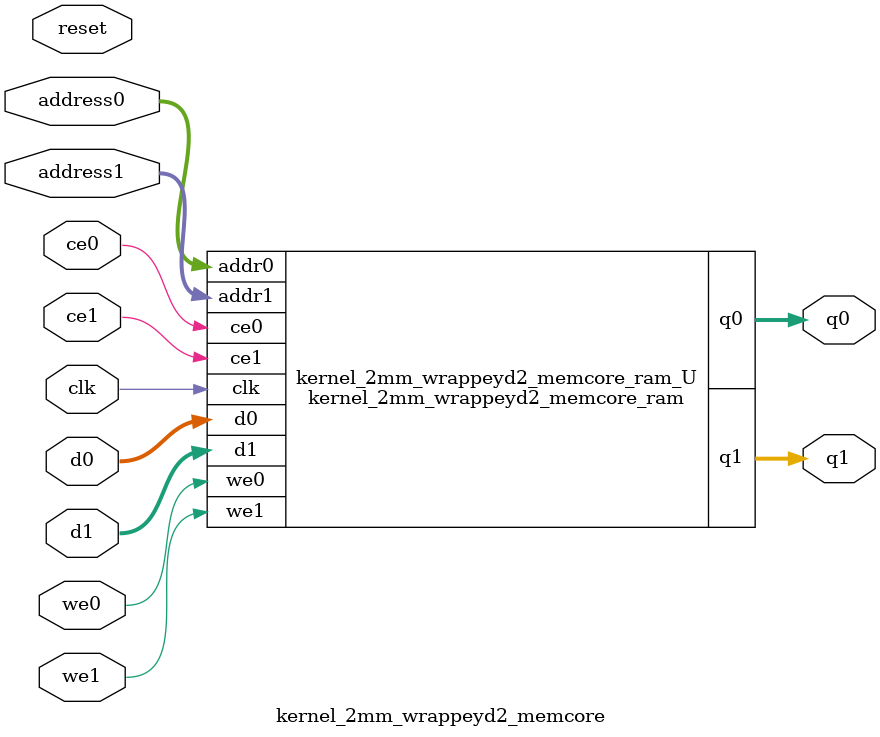
<source format=v>

`timescale 1 ns / 1 ps
module kernel_2mm_wrappeyd2_memcore_ram (addr0, ce0, d0, we0, q0, addr1, ce1, d1, we1, q1,  clk);

parameter DWIDTH = 32;
parameter AWIDTH = 10;
parameter MEM_SIZE = 768;

input[AWIDTH-1:0] addr0;
input ce0;
input[DWIDTH-1:0] d0;
input we0;
output reg[DWIDTH-1:0] q0;
input[AWIDTH-1:0] addr1;
input ce1;
input[DWIDTH-1:0] d1;
input we1;
output reg[DWIDTH-1:0] q1;
input clk;

(* ram_style = "block" *)reg [DWIDTH-1:0] ram[0:MEM_SIZE-1];




always @(posedge clk)  
begin 
    if (ce0) 
    begin
        if (we0) 
        begin 
            ram[addr0] <= d0; 
            q0 <= d0;
        end 
        else 
            q0 <= ram[addr0];
    end
end


always @(posedge clk)  
begin 
    if (ce1) 
    begin
        if (we1) 
        begin 
            ram[addr1] <= d1; 
            q1 <= d1;
        end 
        else 
            q1 <= ram[addr1];
    end
end


endmodule


`timescale 1 ns / 1 ps
module kernel_2mm_wrappeyd2_memcore(
    reset,
    clk,
    address0,
    ce0,
    we0,
    d0,
    q0,
    address1,
    ce1,
    we1,
    d1,
    q1);

parameter DataWidth = 32'd32;
parameter AddressRange = 32'd768;
parameter AddressWidth = 32'd10;
input reset;
input clk;
input[AddressWidth - 1:0] address0;
input ce0;
input we0;
input[DataWidth - 1:0] d0;
output[DataWidth - 1:0] q0;
input[AddressWidth - 1:0] address1;
input ce1;
input we1;
input[DataWidth - 1:0] d1;
output[DataWidth - 1:0] q1;



kernel_2mm_wrappeyd2_memcore_ram kernel_2mm_wrappeyd2_memcore_ram_U(
    .clk( clk ),
    .addr0( address0 ),
    .ce0( ce0 ),
    .we0( we0 ),
    .d0( d0 ),
    .q0( q0 ),
    .addr1( address1 ),
    .ce1( ce1 ),
    .we1( we1 ),
    .d1( d1 ),
    .q1( q1 ));

endmodule


</source>
